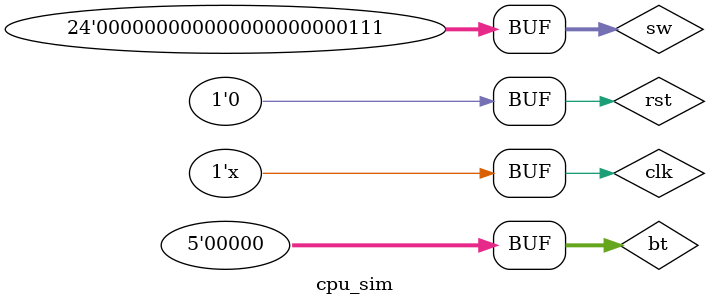
<source format=v>
`timescale 1ns / 1ps


module cpu_sim();

reg clk = 0;
reg rst = 1;
reg  [23:0] sw = 24'b0;
wire [23:0] led;
reg [4:0] bt = 5'b0;
wire [7:0] seg_out;
wire [7:0] seg_en;


reg rx;
wire tx;

Top test(rst, clk, sw, led, bt, 
seg_out, seg_en, rx, tx);


initial begin
#6000
rst = 0;
sw = 24'b00000000_0000_0000_0000_0111;

#500
bt[3] = 1;

#500
bt[3] = 0;

end
always #10 clk = ~clk;

endmodule

</source>
